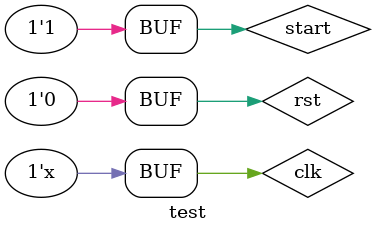
<source format=v>
`timescale 1ns / 1ps


module test;

	// Inputs
	reg start;
	reg rst;
	reg clk;

	// Outputs
	wire [3:0] ds;
	wire [7:0] seg;

	// Instantiate the Unit Under Test (UUT)
	eighteen uut (
		.start(start), 
		.rst(rst), 
		.clk(clk), 
		.ds(ds), 
		.seg(seg)
	);


always #1 clk=~clk;
	initial begin
		// Initialize Inputs
		start = 1; rst = 1; clk = 0; #10;
		start = 1; rst = 0; #600;        
		start = 1; rst = 1; #20; 
		start = 0; rst = 0; #20; 
		start = 1; rst = 0; #200; 
		// Add stimulus here

	end
      
endmodule

</source>
